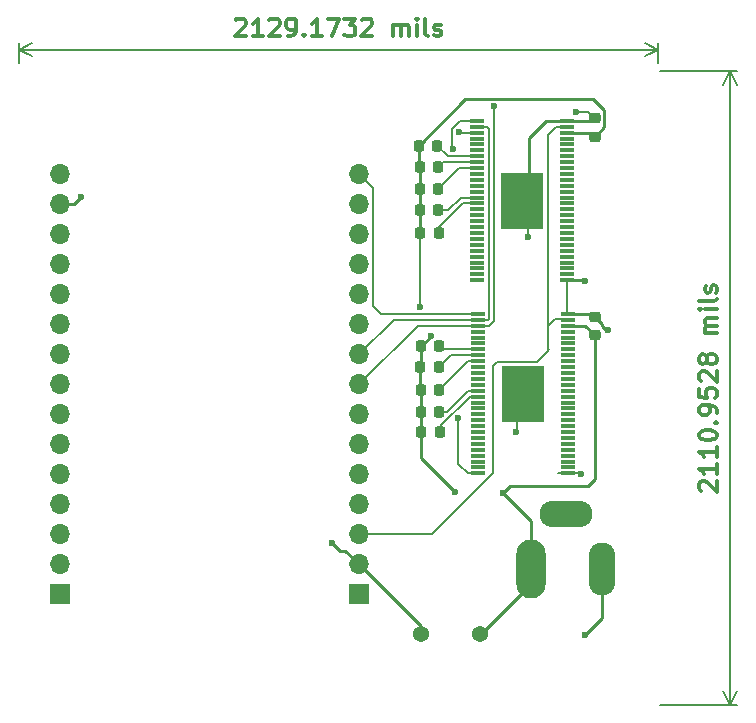
<source format=gbr>
%TF.GenerationSoftware,KiCad,Pcbnew,8.0.5*%
%TF.CreationDate,2025-03-07T15:27:06-05:00*%
%TF.ProjectId,TrainTrackerTest,54726169-6e54-4726-9163-6b6572546573,rev?*%
%TF.SameCoordinates,Original*%
%TF.FileFunction,Copper,L1,Top*%
%TF.FilePolarity,Positive*%
%FSLAX46Y46*%
G04 Gerber Fmt 4.6, Leading zero omitted, Abs format (unit mm)*
G04 Created by KiCad (PCBNEW 8.0.5) date 2025-03-07 15:27:06*
%MOMM*%
%LPD*%
G01*
G04 APERTURE LIST*
G04 Aperture macros list*
%AMRoundRect*
0 Rectangle with rounded corners*
0 $1 Rounding radius*
0 $2 $3 $4 $5 $6 $7 $8 $9 X,Y pos of 4 corners*
0 Add a 4 corners polygon primitive as box body*
4,1,4,$2,$3,$4,$5,$6,$7,$8,$9,$2,$3,0*
0 Add four circle primitives for the rounded corners*
1,1,$1+$1,$2,$3*
1,1,$1+$1,$4,$5*
1,1,$1+$1,$6,$7*
1,1,$1+$1,$8,$9*
0 Add four rect primitives between the rounded corners*
20,1,$1+$1,$2,$3,$4,$5,0*
20,1,$1+$1,$4,$5,$6,$7,0*
20,1,$1+$1,$6,$7,$8,$9,0*
20,1,$1+$1,$8,$9,$2,$3,0*%
G04 Aperture macros list end*
%ADD10C,0.300000*%
%TA.AperFunction,NonConductor*%
%ADD11C,0.300000*%
%TD*%
%TA.AperFunction,NonConductor*%
%ADD12C,0.200000*%
%TD*%
%TA.AperFunction,SMDPad,CuDef*%
%ADD13R,1.270000X0.299999*%
%TD*%
%TA.AperFunction,SMDPad,CuDef*%
%ADD14R,3.610001X4.700001*%
%TD*%
%TA.AperFunction,ComponentPad*%
%ADD15C,0.499999*%
%TD*%
%TA.AperFunction,ComponentPad*%
%ADD16O,2.500000X5.000000*%
%TD*%
%TA.AperFunction,ComponentPad*%
%ADD17O,2.250000X4.500000*%
%TD*%
%TA.AperFunction,ComponentPad*%
%ADD18O,4.500000X2.250000*%
%TD*%
%TA.AperFunction,ComponentPad*%
%ADD19C,1.371600*%
%TD*%
%TA.AperFunction,SMDPad,CuDef*%
%ADD20RoundRect,0.218750X0.218750X0.256250X-0.218750X0.256250X-0.218750X-0.256250X0.218750X-0.256250X0*%
%TD*%
%TA.AperFunction,ComponentPad*%
%ADD21R,1.700000X1.700000*%
%TD*%
%TA.AperFunction,ComponentPad*%
%ADD22O,1.700000X1.700000*%
%TD*%
%TA.AperFunction,SMDPad,CuDef*%
%ADD23RoundRect,0.225000X0.250000X-0.225000X0.250000X0.225000X-0.250000X0.225000X-0.250000X-0.225000X0*%
%TD*%
%TA.AperFunction,ViaPad*%
%ADD24C,0.600000*%
%TD*%
%TA.AperFunction,Conductor*%
%ADD25C,0.254000*%
%TD*%
%TA.AperFunction,Conductor*%
%ADD26C,0.200000*%
%TD*%
G04 APERTURE END LIST*
D10*
D11*
X125571185Y-86883383D02*
X125499757Y-86811955D01*
X125499757Y-86811955D02*
X125428328Y-86669098D01*
X125428328Y-86669098D02*
X125428328Y-86311955D01*
X125428328Y-86311955D02*
X125499757Y-86169098D01*
X125499757Y-86169098D02*
X125571185Y-86097669D01*
X125571185Y-86097669D02*
X125714042Y-86026240D01*
X125714042Y-86026240D02*
X125856900Y-86026240D01*
X125856900Y-86026240D02*
X126071185Y-86097669D01*
X126071185Y-86097669D02*
X126928328Y-86954812D01*
X126928328Y-86954812D02*
X126928328Y-86026240D01*
X126928328Y-84597669D02*
X126928328Y-85454812D01*
X126928328Y-85026241D02*
X125428328Y-85026241D01*
X125428328Y-85026241D02*
X125642614Y-85169098D01*
X125642614Y-85169098D02*
X125785471Y-85311955D01*
X125785471Y-85311955D02*
X125856900Y-85454812D01*
X126928328Y-83169098D02*
X126928328Y-84026241D01*
X126928328Y-83597670D02*
X125428328Y-83597670D01*
X125428328Y-83597670D02*
X125642614Y-83740527D01*
X125642614Y-83740527D02*
X125785471Y-83883384D01*
X125785471Y-83883384D02*
X125856900Y-84026241D01*
X125428328Y-82240527D02*
X125428328Y-82097670D01*
X125428328Y-82097670D02*
X125499757Y-81954813D01*
X125499757Y-81954813D02*
X125571185Y-81883385D01*
X125571185Y-81883385D02*
X125714042Y-81811956D01*
X125714042Y-81811956D02*
X125999757Y-81740527D01*
X125999757Y-81740527D02*
X126356900Y-81740527D01*
X126356900Y-81740527D02*
X126642614Y-81811956D01*
X126642614Y-81811956D02*
X126785471Y-81883385D01*
X126785471Y-81883385D02*
X126856900Y-81954813D01*
X126856900Y-81954813D02*
X126928328Y-82097670D01*
X126928328Y-82097670D02*
X126928328Y-82240527D01*
X126928328Y-82240527D02*
X126856900Y-82383385D01*
X126856900Y-82383385D02*
X126785471Y-82454813D01*
X126785471Y-82454813D02*
X126642614Y-82526242D01*
X126642614Y-82526242D02*
X126356900Y-82597670D01*
X126356900Y-82597670D02*
X125999757Y-82597670D01*
X125999757Y-82597670D02*
X125714042Y-82526242D01*
X125714042Y-82526242D02*
X125571185Y-82454813D01*
X125571185Y-82454813D02*
X125499757Y-82383385D01*
X125499757Y-82383385D02*
X125428328Y-82240527D01*
X126785471Y-81097671D02*
X126856900Y-81026242D01*
X126856900Y-81026242D02*
X126928328Y-81097671D01*
X126928328Y-81097671D02*
X126856900Y-81169099D01*
X126856900Y-81169099D02*
X126785471Y-81097671D01*
X126785471Y-81097671D02*
X126928328Y-81097671D01*
X126928328Y-80311956D02*
X126928328Y-80026242D01*
X126928328Y-80026242D02*
X126856900Y-79883385D01*
X126856900Y-79883385D02*
X126785471Y-79811956D01*
X126785471Y-79811956D02*
X126571185Y-79669099D01*
X126571185Y-79669099D02*
X126285471Y-79597670D01*
X126285471Y-79597670D02*
X125714042Y-79597670D01*
X125714042Y-79597670D02*
X125571185Y-79669099D01*
X125571185Y-79669099D02*
X125499757Y-79740528D01*
X125499757Y-79740528D02*
X125428328Y-79883385D01*
X125428328Y-79883385D02*
X125428328Y-80169099D01*
X125428328Y-80169099D02*
X125499757Y-80311956D01*
X125499757Y-80311956D02*
X125571185Y-80383385D01*
X125571185Y-80383385D02*
X125714042Y-80454813D01*
X125714042Y-80454813D02*
X126071185Y-80454813D01*
X126071185Y-80454813D02*
X126214042Y-80383385D01*
X126214042Y-80383385D02*
X126285471Y-80311956D01*
X126285471Y-80311956D02*
X126356900Y-80169099D01*
X126356900Y-80169099D02*
X126356900Y-79883385D01*
X126356900Y-79883385D02*
X126285471Y-79740528D01*
X126285471Y-79740528D02*
X126214042Y-79669099D01*
X126214042Y-79669099D02*
X126071185Y-79597670D01*
X125428328Y-78240528D02*
X125428328Y-78954814D01*
X125428328Y-78954814D02*
X126142614Y-79026242D01*
X126142614Y-79026242D02*
X126071185Y-78954814D01*
X126071185Y-78954814D02*
X125999757Y-78811957D01*
X125999757Y-78811957D02*
X125999757Y-78454814D01*
X125999757Y-78454814D02*
X126071185Y-78311957D01*
X126071185Y-78311957D02*
X126142614Y-78240528D01*
X126142614Y-78240528D02*
X126285471Y-78169099D01*
X126285471Y-78169099D02*
X126642614Y-78169099D01*
X126642614Y-78169099D02*
X126785471Y-78240528D01*
X126785471Y-78240528D02*
X126856900Y-78311957D01*
X126856900Y-78311957D02*
X126928328Y-78454814D01*
X126928328Y-78454814D02*
X126928328Y-78811957D01*
X126928328Y-78811957D02*
X126856900Y-78954814D01*
X126856900Y-78954814D02*
X126785471Y-79026242D01*
X125571185Y-77597671D02*
X125499757Y-77526243D01*
X125499757Y-77526243D02*
X125428328Y-77383386D01*
X125428328Y-77383386D02*
X125428328Y-77026243D01*
X125428328Y-77026243D02*
X125499757Y-76883386D01*
X125499757Y-76883386D02*
X125571185Y-76811957D01*
X125571185Y-76811957D02*
X125714042Y-76740528D01*
X125714042Y-76740528D02*
X125856900Y-76740528D01*
X125856900Y-76740528D02*
X126071185Y-76811957D01*
X126071185Y-76811957D02*
X126928328Y-77669100D01*
X126928328Y-77669100D02*
X126928328Y-76740528D01*
X126071185Y-75883386D02*
X125999757Y-76026243D01*
X125999757Y-76026243D02*
X125928328Y-76097672D01*
X125928328Y-76097672D02*
X125785471Y-76169100D01*
X125785471Y-76169100D02*
X125714042Y-76169100D01*
X125714042Y-76169100D02*
X125571185Y-76097672D01*
X125571185Y-76097672D02*
X125499757Y-76026243D01*
X125499757Y-76026243D02*
X125428328Y-75883386D01*
X125428328Y-75883386D02*
X125428328Y-75597672D01*
X125428328Y-75597672D02*
X125499757Y-75454815D01*
X125499757Y-75454815D02*
X125571185Y-75383386D01*
X125571185Y-75383386D02*
X125714042Y-75311957D01*
X125714042Y-75311957D02*
X125785471Y-75311957D01*
X125785471Y-75311957D02*
X125928328Y-75383386D01*
X125928328Y-75383386D02*
X125999757Y-75454815D01*
X125999757Y-75454815D02*
X126071185Y-75597672D01*
X126071185Y-75597672D02*
X126071185Y-75883386D01*
X126071185Y-75883386D02*
X126142614Y-76026243D01*
X126142614Y-76026243D02*
X126214042Y-76097672D01*
X126214042Y-76097672D02*
X126356900Y-76169100D01*
X126356900Y-76169100D02*
X126642614Y-76169100D01*
X126642614Y-76169100D02*
X126785471Y-76097672D01*
X126785471Y-76097672D02*
X126856900Y-76026243D01*
X126856900Y-76026243D02*
X126928328Y-75883386D01*
X126928328Y-75883386D02*
X126928328Y-75597672D01*
X126928328Y-75597672D02*
X126856900Y-75454815D01*
X126856900Y-75454815D02*
X126785471Y-75383386D01*
X126785471Y-75383386D02*
X126642614Y-75311957D01*
X126642614Y-75311957D02*
X126356900Y-75311957D01*
X126356900Y-75311957D02*
X126214042Y-75383386D01*
X126214042Y-75383386D02*
X126142614Y-75454815D01*
X126142614Y-75454815D02*
X126071185Y-75597672D01*
X126928328Y-73526244D02*
X125928328Y-73526244D01*
X126071185Y-73526244D02*
X125999757Y-73454815D01*
X125999757Y-73454815D02*
X125928328Y-73311958D01*
X125928328Y-73311958D02*
X125928328Y-73097672D01*
X125928328Y-73097672D02*
X125999757Y-72954815D01*
X125999757Y-72954815D02*
X126142614Y-72883387D01*
X126142614Y-72883387D02*
X126928328Y-72883387D01*
X126142614Y-72883387D02*
X125999757Y-72811958D01*
X125999757Y-72811958D02*
X125928328Y-72669101D01*
X125928328Y-72669101D02*
X125928328Y-72454815D01*
X125928328Y-72454815D02*
X125999757Y-72311958D01*
X125999757Y-72311958D02*
X126142614Y-72240529D01*
X126142614Y-72240529D02*
X126928328Y-72240529D01*
X126928328Y-71526244D02*
X125928328Y-71526244D01*
X125428328Y-71526244D02*
X125499757Y-71597672D01*
X125499757Y-71597672D02*
X125571185Y-71526244D01*
X125571185Y-71526244D02*
X125499757Y-71454815D01*
X125499757Y-71454815D02*
X125428328Y-71526244D01*
X125428328Y-71526244D02*
X125571185Y-71526244D01*
X126928328Y-70597672D02*
X126856900Y-70740529D01*
X126856900Y-70740529D02*
X126714042Y-70811958D01*
X126714042Y-70811958D02*
X125428328Y-70811958D01*
X126856900Y-70097672D02*
X126928328Y-69954815D01*
X126928328Y-69954815D02*
X126928328Y-69669101D01*
X126928328Y-69669101D02*
X126856900Y-69526244D01*
X126856900Y-69526244D02*
X126714042Y-69454815D01*
X126714042Y-69454815D02*
X126642614Y-69454815D01*
X126642614Y-69454815D02*
X126499757Y-69526244D01*
X126499757Y-69526244D02*
X126428328Y-69669101D01*
X126428328Y-69669101D02*
X126428328Y-69883387D01*
X126428328Y-69883387D02*
X126356900Y-70026244D01*
X126356900Y-70026244D02*
X126214042Y-70097672D01*
X126214042Y-70097672D02*
X126142614Y-70097672D01*
X126142614Y-70097672D02*
X125999757Y-70026244D01*
X125999757Y-70026244D02*
X125928328Y-69883387D01*
X125928328Y-69883387D02*
X125928328Y-69669101D01*
X125928328Y-69669101D02*
X125999757Y-69526244D01*
D12*
X122120000Y-51360000D02*
X128636420Y-51360000D01*
X122120000Y-104978200D02*
X128636420Y-104978200D01*
X128050000Y-51360000D02*
X128050000Y-104978200D01*
X128050000Y-51360000D02*
X128050000Y-104978200D01*
X128050000Y-51360000D02*
X128636421Y-52486504D01*
X128050000Y-51360000D02*
X127463579Y-52486504D01*
X128050000Y-104978200D02*
X127463579Y-103851696D01*
X128050000Y-104978200D02*
X128636421Y-103851696D01*
D10*
D11*
X86195016Y-47041185D02*
X86266444Y-46969757D01*
X86266444Y-46969757D02*
X86409302Y-46898328D01*
X86409302Y-46898328D02*
X86766444Y-46898328D01*
X86766444Y-46898328D02*
X86909302Y-46969757D01*
X86909302Y-46969757D02*
X86980730Y-47041185D01*
X86980730Y-47041185D02*
X87052159Y-47184042D01*
X87052159Y-47184042D02*
X87052159Y-47326900D01*
X87052159Y-47326900D02*
X86980730Y-47541185D01*
X86980730Y-47541185D02*
X86123587Y-48398328D01*
X86123587Y-48398328D02*
X87052159Y-48398328D01*
X88480730Y-48398328D02*
X87623587Y-48398328D01*
X88052158Y-48398328D02*
X88052158Y-46898328D01*
X88052158Y-46898328D02*
X87909301Y-47112614D01*
X87909301Y-47112614D02*
X87766444Y-47255471D01*
X87766444Y-47255471D02*
X87623587Y-47326900D01*
X89052158Y-47041185D02*
X89123586Y-46969757D01*
X89123586Y-46969757D02*
X89266444Y-46898328D01*
X89266444Y-46898328D02*
X89623586Y-46898328D01*
X89623586Y-46898328D02*
X89766444Y-46969757D01*
X89766444Y-46969757D02*
X89837872Y-47041185D01*
X89837872Y-47041185D02*
X89909301Y-47184042D01*
X89909301Y-47184042D02*
X89909301Y-47326900D01*
X89909301Y-47326900D02*
X89837872Y-47541185D01*
X89837872Y-47541185D02*
X88980729Y-48398328D01*
X88980729Y-48398328D02*
X89909301Y-48398328D01*
X90623586Y-48398328D02*
X90909300Y-48398328D01*
X90909300Y-48398328D02*
X91052157Y-48326900D01*
X91052157Y-48326900D02*
X91123586Y-48255471D01*
X91123586Y-48255471D02*
X91266443Y-48041185D01*
X91266443Y-48041185D02*
X91337872Y-47755471D01*
X91337872Y-47755471D02*
X91337872Y-47184042D01*
X91337872Y-47184042D02*
X91266443Y-47041185D01*
X91266443Y-47041185D02*
X91195015Y-46969757D01*
X91195015Y-46969757D02*
X91052157Y-46898328D01*
X91052157Y-46898328D02*
X90766443Y-46898328D01*
X90766443Y-46898328D02*
X90623586Y-46969757D01*
X90623586Y-46969757D02*
X90552157Y-47041185D01*
X90552157Y-47041185D02*
X90480729Y-47184042D01*
X90480729Y-47184042D02*
X90480729Y-47541185D01*
X90480729Y-47541185D02*
X90552157Y-47684042D01*
X90552157Y-47684042D02*
X90623586Y-47755471D01*
X90623586Y-47755471D02*
X90766443Y-47826900D01*
X90766443Y-47826900D02*
X91052157Y-47826900D01*
X91052157Y-47826900D02*
X91195015Y-47755471D01*
X91195015Y-47755471D02*
X91266443Y-47684042D01*
X91266443Y-47684042D02*
X91337872Y-47541185D01*
X91980728Y-48255471D02*
X92052157Y-48326900D01*
X92052157Y-48326900D02*
X91980728Y-48398328D01*
X91980728Y-48398328D02*
X91909300Y-48326900D01*
X91909300Y-48326900D02*
X91980728Y-48255471D01*
X91980728Y-48255471D02*
X91980728Y-48398328D01*
X93480729Y-48398328D02*
X92623586Y-48398328D01*
X93052157Y-48398328D02*
X93052157Y-46898328D01*
X93052157Y-46898328D02*
X92909300Y-47112614D01*
X92909300Y-47112614D02*
X92766443Y-47255471D01*
X92766443Y-47255471D02*
X92623586Y-47326900D01*
X93980728Y-46898328D02*
X94980728Y-46898328D01*
X94980728Y-46898328D02*
X94337871Y-48398328D01*
X95409299Y-46898328D02*
X96337871Y-46898328D01*
X96337871Y-46898328D02*
X95837871Y-47469757D01*
X95837871Y-47469757D02*
X96052156Y-47469757D01*
X96052156Y-47469757D02*
X96195014Y-47541185D01*
X96195014Y-47541185D02*
X96266442Y-47612614D01*
X96266442Y-47612614D02*
X96337871Y-47755471D01*
X96337871Y-47755471D02*
X96337871Y-48112614D01*
X96337871Y-48112614D02*
X96266442Y-48255471D01*
X96266442Y-48255471D02*
X96195014Y-48326900D01*
X96195014Y-48326900D02*
X96052156Y-48398328D01*
X96052156Y-48398328D02*
X95623585Y-48398328D01*
X95623585Y-48398328D02*
X95480728Y-48326900D01*
X95480728Y-48326900D02*
X95409299Y-48255471D01*
X96909299Y-47041185D02*
X96980727Y-46969757D01*
X96980727Y-46969757D02*
X97123585Y-46898328D01*
X97123585Y-46898328D02*
X97480727Y-46898328D01*
X97480727Y-46898328D02*
X97623585Y-46969757D01*
X97623585Y-46969757D02*
X97695013Y-47041185D01*
X97695013Y-47041185D02*
X97766442Y-47184042D01*
X97766442Y-47184042D02*
X97766442Y-47326900D01*
X97766442Y-47326900D02*
X97695013Y-47541185D01*
X97695013Y-47541185D02*
X96837870Y-48398328D01*
X96837870Y-48398328D02*
X97766442Y-48398328D01*
X99552155Y-48398328D02*
X99552155Y-47398328D01*
X99552155Y-47541185D02*
X99623584Y-47469757D01*
X99623584Y-47469757D02*
X99766441Y-47398328D01*
X99766441Y-47398328D02*
X99980727Y-47398328D01*
X99980727Y-47398328D02*
X100123584Y-47469757D01*
X100123584Y-47469757D02*
X100195013Y-47612614D01*
X100195013Y-47612614D02*
X100195013Y-48398328D01*
X100195013Y-47612614D02*
X100266441Y-47469757D01*
X100266441Y-47469757D02*
X100409298Y-47398328D01*
X100409298Y-47398328D02*
X100623584Y-47398328D01*
X100623584Y-47398328D02*
X100766441Y-47469757D01*
X100766441Y-47469757D02*
X100837870Y-47612614D01*
X100837870Y-47612614D02*
X100837870Y-48398328D01*
X101552155Y-48398328D02*
X101552155Y-47398328D01*
X101552155Y-46898328D02*
X101480727Y-46969757D01*
X101480727Y-46969757D02*
X101552155Y-47041185D01*
X101552155Y-47041185D02*
X101623584Y-46969757D01*
X101623584Y-46969757D02*
X101552155Y-46898328D01*
X101552155Y-46898328D02*
X101552155Y-47041185D01*
X102480727Y-48398328D02*
X102337870Y-48326900D01*
X102337870Y-48326900D02*
X102266441Y-48184042D01*
X102266441Y-48184042D02*
X102266441Y-46898328D01*
X102980727Y-48326900D02*
X103123584Y-48398328D01*
X103123584Y-48398328D02*
X103409298Y-48398328D01*
X103409298Y-48398328D02*
X103552155Y-48326900D01*
X103552155Y-48326900D02*
X103623584Y-48184042D01*
X103623584Y-48184042D02*
X103623584Y-48112614D01*
X103623584Y-48112614D02*
X103552155Y-47969757D01*
X103552155Y-47969757D02*
X103409298Y-47898328D01*
X103409298Y-47898328D02*
X103195013Y-47898328D01*
X103195013Y-47898328D02*
X103052155Y-47826900D01*
X103052155Y-47826900D02*
X102980727Y-47684042D01*
X102980727Y-47684042D02*
X102980727Y-47612614D01*
X102980727Y-47612614D02*
X103052155Y-47469757D01*
X103052155Y-47469757D02*
X103195013Y-47398328D01*
X103195013Y-47398328D02*
X103409298Y-47398328D01*
X103409298Y-47398328D02*
X103552155Y-47469757D01*
D12*
X67868800Y-50655600D02*
X67868800Y-48933580D01*
X121949800Y-50655600D02*
X121949800Y-48933580D01*
X67868800Y-49520000D02*
X121949800Y-49520000D01*
X67868800Y-49520000D02*
X121949800Y-49520000D01*
X67868800Y-49520000D02*
X68995304Y-48933579D01*
X67868800Y-49520000D02*
X68995304Y-50106421D01*
X121949800Y-49520000D02*
X120823296Y-50106421D01*
X121949800Y-49520000D02*
X120823296Y-48933579D01*
D13*
%TO.P,U1,1,SIN*%
%TO.N,/DATA*%
X106718019Y-71902216D03*
%TO.P,U1,2,SCLK*%
%TO.N,/SCLK*%
X106718019Y-72402214D03*
%TO.P,U1,3,LAT*%
%TO.N,/LAT*%
X106718019Y-72902214D03*
%TO.P,U1,4,OUTB4*%
%TO.N,unconnected-(U1-OUTB4-Pad4)*%
X106718019Y-73402212D03*
%TO.P,U1,5,OUTR4*%
%TO.N,unconnected-(U1-OUTR4-Pad5)*%
X106718019Y-73902212D03*
%TO.P,U1,6,OUTG4*%
%TO.N,unconnected-(U1-OUTG4-Pad6)*%
X106718019Y-74402211D03*
%TO.P,U1,7,OUTB0*%
%TO.N,/LED3*%
X106718019Y-74902210D03*
%TO.P,U1,8,OUTR0*%
%TO.N,/LED1*%
X106718019Y-75402208D03*
%TO.P,U1,9,OUTG0*%
%TO.N,/LED2*%
X106718019Y-75902208D03*
%TO.P,U1,10,OUTB5*%
%TO.N,unconnected-(U1-OUTB5-Pad10)*%
X106718019Y-76402206D03*
%TO.P,U1,11,OUTR5*%
%TO.N,unconnected-(U1-OUTR5-Pad11)*%
X106718019Y-76902206D03*
%TO.P,U1,12,OUTG5*%
%TO.N,unconnected-(U1-OUTG5-Pad12)*%
X106718019Y-77402205D03*
%TO.P,U1,13,OUTB1*%
%TO.N,unconnected-(U1-OUTB1-Pad13)*%
X106718019Y-77902204D03*
%TO.P,U1,14,OUTR1*%
%TO.N,/LED4*%
X106718019Y-78402202D03*
%TO.P,U1,15,OUTG1*%
%TO.N,/LED5*%
X106718019Y-78902202D03*
%TO.P,U1,16,OUTB2*%
%TO.N,unconnected-(U1-OUTB2-Pad16)*%
X106718019Y-79402200D03*
%TO.P,U1,17,OUTR2*%
%TO.N,unconnected-(U1-OUTR2-Pad17)*%
X106718019Y-79902199D03*
%TO.P,U1,18,OUTG2*%
%TO.N,unconnected-(U1-OUTG2-Pad18)*%
X106718019Y-80402198D03*
%TO.P,U1,19,OUTB6*%
%TO.N,unconnected-(U1-OUTB6-Pad19)*%
X106718019Y-80902198D03*
%TO.P,U1,20,OUTR6*%
%TO.N,unconnected-(U1-OUTR6-Pad20)*%
X106718019Y-81402196D03*
%TO.P,U1,21,OUTG6*%
%TO.N,unconnected-(U1-OUTG6-Pad21)*%
X106718019Y-81902196D03*
%TO.P,U1,22,OUTB3*%
%TO.N,unconnected-(U1-OUTB3-Pad22)*%
X106718019Y-82402194D03*
%TO.P,U1,23,OUTR3*%
%TO.N,unconnected-(U1-OUTR3-Pad23)*%
X106718019Y-82902193D03*
%TO.P,U1,24,OUTG3*%
%TO.N,unconnected-(U1-OUTG3-Pad24)*%
X106718019Y-83402192D03*
%TO.P,U1,25,OUTB7*%
%TO.N,unconnected-(U1-OUTB7-Pad25)*%
X106718019Y-83902192D03*
%TO.P,U1,26,OUTR7*%
%TO.N,unconnected-(U1-OUTR7-Pad26)*%
X106718019Y-84402190D03*
%TO.P,U1,27,OUTG7*%
%TO.N,unconnected-(U1-OUTG7-Pad27)*%
X106718019Y-84902190D03*
%TO.P,U1,28,SOUT*%
%TO.N,/SOUT*%
X106718019Y-85402188D03*
%TO.P,U1,29,GND*%
%TO.N,GND*%
X114363419Y-85402188D03*
%TO.P,U1,30,OUTG11*%
%TO.N,unconnected-(U1-OUTG11-Pad30)*%
X114363419Y-84902190D03*
%TO.P,U1,31,OUTR11*%
%TO.N,unconnected-(U1-OUTR11-Pad31)*%
X114363419Y-84402190D03*
%TO.P,U1,32,OUTB11*%
%TO.N,unconnected-(U1-OUTB11-Pad32)*%
X114363419Y-83902192D03*
%TO.P,U1,33,OUTG15*%
%TO.N,unconnected-(U1-OUTG15-Pad33)*%
X114363419Y-83402192D03*
%TO.P,U1,34,OUTR15*%
%TO.N,unconnected-(U1-OUTR15-Pad34)*%
X114363419Y-82902193D03*
%TO.P,U1,35,OUTB15*%
%TO.N,unconnected-(U1-OUTB15-Pad35)*%
X114363419Y-82402194D03*
%TO.P,U1,36,OUTG10*%
%TO.N,unconnected-(U1-OUTG10-Pad36)*%
X114363419Y-81902196D03*
%TO.P,U1,37,OUTR10*%
%TO.N,unconnected-(U1-OUTR10-Pad37)*%
X114363419Y-81402196D03*
%TO.P,U1,38,OUTB10*%
%TO.N,unconnected-(U1-OUTB10-Pad38)*%
X114363419Y-80902198D03*
%TO.P,U1,39,OUTG14*%
%TO.N,unconnected-(U1-OUTG14-Pad39)*%
X114363419Y-80402198D03*
%TO.P,U1,40,OUTR14*%
%TO.N,unconnected-(U1-OUTR14-Pad40)*%
X114363419Y-79902199D03*
%TO.P,U1,41,OUTB14*%
%TO.N,unconnected-(U1-OUTB14-Pad41)*%
X114363419Y-79402200D03*
%TO.P,U1,42,OUTG13*%
%TO.N,unconnected-(U1-OUTG13-Pad42)*%
X114363419Y-78902202D03*
%TO.P,U1,43,OUTR13*%
%TO.N,unconnected-(U1-OUTR13-Pad43)*%
X114363419Y-78402202D03*
%TO.P,U1,44,OUTB13*%
%TO.N,unconnected-(U1-OUTB13-Pad44)*%
X114363419Y-77902204D03*
%TO.P,U1,45,OUTG9*%
%TO.N,unconnected-(U1-OUTG9-Pad45)*%
X114363419Y-77402205D03*
%TO.P,U1,46,OUTR9*%
%TO.N,unconnected-(U1-OUTR9-Pad46)*%
X114363419Y-76902206D03*
%TO.P,U1,47,OUTB9*%
%TO.N,unconnected-(U1-OUTB9-Pad47)*%
X114363419Y-76402206D03*
%TO.P,U1,48,OUTG12*%
%TO.N,unconnected-(U1-OUTG12-Pad48)*%
X114363419Y-75902208D03*
%TO.P,U1,49,OUTR12*%
%TO.N,unconnected-(U1-OUTR12-Pad49)*%
X114363419Y-75402208D03*
%TO.P,U1,50,OUTB12*%
%TO.N,unconnected-(U1-OUTB12-Pad50)*%
X114363419Y-74902210D03*
%TO.P,U1,51,OUTG8*%
%TO.N,unconnected-(U1-OUTG8-Pad51)*%
X114363419Y-74402211D03*
%TO.P,U1,52,OUTR8*%
%TO.N,unconnected-(U1-OUTR8-Pad52)*%
X114363419Y-73902212D03*
%TO.P,U1,53,OUTB8*%
%TO.N,unconnected-(U1-OUTB8-Pad53)*%
X114363419Y-73402212D03*
%TO.P,U1,54,VCC*%
%TO.N,/5V*%
X114363419Y-72902214D03*
%TO.P,U1,55,GSCLK*%
%TO.N,/GSCLK*%
X114363419Y-72402214D03*
%TO.P,U1,56,GND*%
%TO.N,GND*%
X114363419Y-71902216D03*
D14*
%TO.P,U1,57,PAD*%
X110540719Y-78652202D03*
D15*
%TO.P,U1,V*%
X109440638Y-76852202D03*
X109440638Y-77952202D03*
X109440638Y-79152202D03*
X109440638Y-80252202D03*
X110540638Y-76852202D03*
X110540638Y-77952202D03*
X110540638Y-79152202D03*
X110540638Y-80252202D03*
X111640638Y-76852202D03*
X111640638Y-77952202D03*
X111640638Y-79152202D03*
X111640638Y-80252202D03*
%TD*%
D13*
%TO.P,U2,1,SIN*%
%TO.N,/SOUT*%
X106591100Y-55550415D03*
%TO.P,U2,2,SCLK*%
%TO.N,/SCLK*%
X106591100Y-56050413D03*
%TO.P,U2,3,LAT*%
%TO.N,/LAT*%
X106591100Y-56550413D03*
%TO.P,U2,4,OUTB4*%
%TO.N,unconnected-(U2-OUTB4-Pad4)*%
X106591100Y-57050411D03*
%TO.P,U2,5,OUTR4*%
%TO.N,unconnected-(U2-OUTR4-Pad5)*%
X106591100Y-57550411D03*
%TO.P,U2,6,OUTG4*%
%TO.N,unconnected-(U2-OUTG4-Pad6)*%
X106591100Y-58050410D03*
%TO.P,U2,7,OUTB0*%
%TO.N,/LED8*%
X106591100Y-58550409D03*
%TO.P,U2,8,OUTR0*%
%TO.N,/LED6*%
X106591100Y-59050407D03*
%TO.P,U2,9,OUTG0*%
%TO.N,/LED7*%
X106591100Y-59550407D03*
%TO.P,U2,10,OUTB5*%
%TO.N,unconnected-(U2-OUTB5-Pad10)*%
X106591100Y-60050405D03*
%TO.P,U2,11,OUTR5*%
%TO.N,unconnected-(U2-OUTR5-Pad11)*%
X106591100Y-60550405D03*
%TO.P,U2,12,OUTG5*%
%TO.N,unconnected-(U2-OUTG5-Pad12)*%
X106591100Y-61050404D03*
%TO.P,U2,13,OUTB1*%
%TO.N,unconnected-(U2-OUTB1-Pad13)*%
X106591100Y-61550403D03*
%TO.P,U2,14,OUTR1*%
%TO.N,/LED9*%
X106591100Y-62050401D03*
%TO.P,U2,15,OUTG1*%
%TO.N,/LED10*%
X106591100Y-62550401D03*
%TO.P,U2,16,OUTB2*%
%TO.N,unconnected-(U2-OUTB2-Pad16)*%
X106591100Y-63050399D03*
%TO.P,U2,17,OUTR2*%
%TO.N,unconnected-(U2-OUTR2-Pad17)*%
X106591100Y-63550398D03*
%TO.P,U2,18,OUTG2*%
%TO.N,unconnected-(U2-OUTG2-Pad18)*%
X106591100Y-64050397D03*
%TO.P,U2,19,OUTB6*%
%TO.N,unconnected-(U2-OUTB6-Pad19)*%
X106591100Y-64550397D03*
%TO.P,U2,20,OUTR6*%
%TO.N,unconnected-(U2-OUTR6-Pad20)*%
X106591100Y-65050395D03*
%TO.P,U2,21,OUTG6*%
%TO.N,unconnected-(U2-OUTG6-Pad21)*%
X106591100Y-65550395D03*
%TO.P,U2,22,OUTB3*%
%TO.N,unconnected-(U2-OUTB3-Pad22)*%
X106591100Y-66050393D03*
%TO.P,U2,23,OUTR3*%
%TO.N,unconnected-(U2-OUTR3-Pad23)*%
X106591100Y-66550392D03*
%TO.P,U2,24,OUTG3*%
%TO.N,unconnected-(U2-OUTG3-Pad24)*%
X106591100Y-67050391D03*
%TO.P,U2,25,OUTB7*%
%TO.N,unconnected-(U2-OUTB7-Pad25)*%
X106591100Y-67550391D03*
%TO.P,U2,26,OUTR7*%
%TO.N,unconnected-(U2-OUTR7-Pad26)*%
X106591100Y-68050389D03*
%TO.P,U2,27,OUTG7*%
%TO.N,unconnected-(U2-OUTG7-Pad27)*%
X106591100Y-68550389D03*
%TO.P,U2,28,SOUT*%
%TO.N,unconnected-(U2-SOUT-Pad28)*%
X106591100Y-69050387D03*
%TO.P,U2,29,GND*%
%TO.N,GND*%
X114236500Y-69050387D03*
%TO.P,U2,30,OUTG11*%
%TO.N,unconnected-(U2-OUTG11-Pad30)*%
X114236500Y-68550389D03*
%TO.P,U2,31,OUTR11*%
%TO.N,unconnected-(U2-OUTR11-Pad31)*%
X114236500Y-68050389D03*
%TO.P,U2,32,OUTB11*%
%TO.N,unconnected-(U2-OUTB11-Pad32)*%
X114236500Y-67550391D03*
%TO.P,U2,33,OUTG15*%
%TO.N,unconnected-(U2-OUTG15-Pad33)*%
X114236500Y-67050391D03*
%TO.P,U2,34,OUTR15*%
%TO.N,unconnected-(U2-OUTR15-Pad34)*%
X114236500Y-66550392D03*
%TO.P,U2,35,OUTB15*%
%TO.N,unconnected-(U2-OUTB15-Pad35)*%
X114236500Y-66050393D03*
%TO.P,U2,36,OUTG10*%
%TO.N,unconnected-(U2-OUTG10-Pad36)*%
X114236500Y-65550395D03*
%TO.P,U2,37,OUTR10*%
%TO.N,unconnected-(U2-OUTR10-Pad37)*%
X114236500Y-65050395D03*
%TO.P,U2,38,OUTB10*%
%TO.N,unconnected-(U2-OUTB10-Pad38)*%
X114236500Y-64550397D03*
%TO.P,U2,39,OUTG14*%
%TO.N,unconnected-(U2-OUTG14-Pad39)*%
X114236500Y-64050397D03*
%TO.P,U2,40,OUTR14*%
%TO.N,unconnected-(U2-OUTR14-Pad40)*%
X114236500Y-63550398D03*
%TO.P,U2,41,OUTB14*%
%TO.N,unconnected-(U2-OUTB14-Pad41)*%
X114236500Y-63050399D03*
%TO.P,U2,42,OUTG13*%
%TO.N,unconnected-(U2-OUTG13-Pad42)*%
X114236500Y-62550401D03*
%TO.P,U2,43,OUTR13*%
%TO.N,unconnected-(U2-OUTR13-Pad43)*%
X114236500Y-62050401D03*
%TO.P,U2,44,OUTB13*%
%TO.N,unconnected-(U2-OUTB13-Pad44)*%
X114236500Y-61550403D03*
%TO.P,U2,45,OUTG9*%
%TO.N,unconnected-(U2-OUTG9-Pad45)*%
X114236500Y-61050404D03*
%TO.P,U2,46,OUTR9*%
%TO.N,unconnected-(U2-OUTR9-Pad46)*%
X114236500Y-60550405D03*
%TO.P,U2,47,OUTB9*%
%TO.N,unconnected-(U2-OUTB9-Pad47)*%
X114236500Y-60050405D03*
%TO.P,U2,48,OUTG12*%
%TO.N,unconnected-(U2-OUTG12-Pad48)*%
X114236500Y-59550407D03*
%TO.P,U2,49,OUTR12*%
%TO.N,unconnected-(U2-OUTR12-Pad49)*%
X114236500Y-59050407D03*
%TO.P,U2,50,OUTB12*%
%TO.N,unconnected-(U2-OUTB12-Pad50)*%
X114236500Y-58550409D03*
%TO.P,U2,51,OUTG8*%
%TO.N,unconnected-(U2-OUTG8-Pad51)*%
X114236500Y-58050410D03*
%TO.P,U2,52,OUTR8*%
%TO.N,unconnected-(U2-OUTR8-Pad52)*%
X114236500Y-57550411D03*
%TO.P,U2,53,OUTB8*%
%TO.N,unconnected-(U2-OUTB8-Pad53)*%
X114236500Y-57050411D03*
%TO.P,U2,54,VCC*%
%TO.N,/5V*%
X114236500Y-56550413D03*
%TO.P,U2,55,GSCLK*%
%TO.N,/GSCLK*%
X114236500Y-56050413D03*
%TO.P,U2,56,GND*%
%TO.N,GND*%
X114236500Y-55550415D03*
D14*
%TO.P,U2,57,PAD*%
X110413800Y-62300401D03*
D15*
%TO.P,U2,V*%
X109313719Y-60500401D03*
X109313719Y-61600401D03*
X109313719Y-62800401D03*
X109313719Y-63900401D03*
X110413719Y-60500401D03*
X110413719Y-61600401D03*
X110413719Y-62800401D03*
X110413719Y-63900401D03*
X111513719Y-60500401D03*
X111513719Y-61600401D03*
X111513719Y-62800401D03*
X111513719Y-63900401D03*
%TD*%
D16*
%TO.P,J1,1*%
%TO.N,/5V*%
X111180000Y-93530000D03*
D17*
%TO.P,J1,2*%
%TO.N,GND*%
X117180000Y-93530000D03*
D18*
%TO.P,J1,3*%
%TO.N,unconnected-(J1-Pad3)*%
X114180000Y-88830000D03*
%TD*%
D19*
%TO.P,C1,1*%
%TO.N,GND*%
X101874850Y-99020000D03*
%TO.P,C1,2*%
%TO.N,/5V*%
X106878650Y-99020000D03*
%TD*%
D20*
%TO.P,D5,1,K*%
%TO.N,/LED5*%
X103505019Y-81909201D03*
%TO.P,D5,2,A*%
%TO.N,/5V*%
X101930019Y-81909201D03*
%TD*%
D21*
%TO.P,J2,1,Pin_1*%
%TO.N,/3V3*%
X96644600Y-95656400D03*
D22*
%TO.P,J2,2,Pin_2*%
%TO.N,GND*%
X96644600Y-93116400D03*
%TO.P,J2,3,Pin_3*%
%TO.N,/GSCLK*%
X96644600Y-90576400D03*
%TO.P,J2,4,Pin_4*%
%TO.N,/D2*%
X96644600Y-88036400D03*
%TO.P,J2,5,Pin_5*%
%TO.N,/D4*%
X96644600Y-85496400D03*
%TO.P,J2,6,Pin_6*%
%TO.N,/RX2*%
X96644600Y-82956400D03*
%TO.P,J2,7,Pin_7*%
%TO.N,/TX2*%
X96644600Y-80416400D03*
%TO.P,J2,8,Pin_8*%
%TO.N,/LAT*%
X96644600Y-77876400D03*
%TO.P,J2,9,Pin_9*%
%TO.N,/SCLK*%
X96644600Y-75336400D03*
%TO.P,J2,10,Pin_10*%
%TO.N,/D19*%
X96644600Y-72796400D03*
%TO.P,J2,11,Pin_11*%
%TO.N,/D21*%
X96644600Y-70256400D03*
%TO.P,J2,12,Pin_12*%
%TO.N,/RX0*%
X96644600Y-67716400D03*
%TO.P,J2,13,Pin_13*%
%TO.N,/TX0*%
X96644600Y-65176400D03*
%TO.P,J2,14,Pin_14*%
%TO.N,/D22*%
X96644600Y-62636400D03*
%TO.P,J2,15,Pin_15*%
%TO.N,/DATA*%
X96644600Y-60096400D03*
%TD*%
D20*
%TO.P,D6,1,K*%
%TO.N,/LED6*%
X103352700Y-59436800D03*
%TO.P,D6,2,A*%
%TO.N,/5V*%
X101777700Y-59436800D03*
%TD*%
%TO.P,D8,1,K*%
%TO.N,/LED8*%
X103276500Y-57658000D03*
%TO.P,D8,2,A*%
%TO.N,/5V*%
X101701500Y-57658000D03*
%TD*%
%TO.P,D3,1,K*%
%TO.N,/LED3*%
X103428819Y-74619401D03*
%TO.P,D3,2,A*%
%TO.N,/5V*%
X101853819Y-74619401D03*
%TD*%
D21*
%TO.P,J3,1,Pin_1*%
%TO.N,/EN*%
X71314600Y-95656400D03*
D22*
%TO.P,J3,2,Pin_2*%
%TO.N,/VP*%
X71314600Y-93116400D03*
%TO.P,J3,3,Pin_3*%
%TO.N,/VN*%
X71314600Y-90576400D03*
%TO.P,J3,4,Pin_4*%
%TO.N,/D34*%
X71314600Y-88036400D03*
%TO.P,J3,5,Pin_5*%
%TO.N,/D35*%
X71314600Y-85496400D03*
%TO.P,J3,6,Pin_6*%
%TO.N,/D32*%
X71314600Y-82956400D03*
%TO.P,J3,7,Pin_7*%
%TO.N,/D33*%
X71314600Y-80416400D03*
%TO.P,J3,8,Pin_8*%
%TO.N,/D25*%
X71314600Y-77876400D03*
%TO.P,J3,9,Pin_9*%
%TO.N,/D26*%
X71314600Y-75336400D03*
%TO.P,J3,10,Pin_10*%
%TO.N,/D27*%
X71314600Y-72796400D03*
%TO.P,J3,11,Pin_11*%
%TO.N,/D14*%
X71314600Y-70256400D03*
%TO.P,J3,12,Pin_12*%
%TO.N,/D12*%
X71314600Y-67716400D03*
%TO.P,J3,13,Pin_13*%
%TO.N,/D13*%
X71314600Y-65176400D03*
%TO.P,J3,14,Pin_14*%
%TO.N,GND*%
X71314600Y-62636400D03*
%TO.P,J3,15,Pin_15*%
%TO.N,/Vin*%
X71314600Y-60096400D03*
%TD*%
D20*
%TO.P,D7,1,K*%
%TO.N,/LED7*%
X103352700Y-61341000D03*
%TO.P,D7,2,A*%
%TO.N,/5V*%
X101777700Y-61341000D03*
%TD*%
%TO.P,D1,1,K*%
%TO.N,/LED1*%
X103403419Y-76422801D03*
%TO.P,D1,2,A*%
%TO.N,/5V*%
X101828419Y-76422801D03*
%TD*%
D23*
%TO.P,C2,1*%
%TO.N,/5V*%
X116586000Y-56883600D03*
%TO.P,C2,2*%
%TO.N,GND*%
X116586000Y-55333600D03*
%TD*%
D20*
%TO.P,D9,1,K*%
%TO.N,/LED9*%
X103352700Y-63144400D03*
%TO.P,D9,2,A*%
%TO.N,/5V*%
X101777700Y-63144400D03*
%TD*%
%TO.P,D2,1,K*%
%TO.N,/LED2*%
X103428719Y-78302401D03*
%TO.P,D2,2,A*%
%TO.N,/5V*%
X101853719Y-78302401D03*
%TD*%
D23*
%TO.P,C3,1*%
%TO.N,/5V*%
X116586000Y-73698400D03*
%TO.P,C3,2*%
%TO.N,GND*%
X116586000Y-72148400D03*
%TD*%
D20*
%TO.P,D4,1,K*%
%TO.N,/LED4*%
X103454119Y-80182001D03*
%TO.P,D4,2,A*%
%TO.N,/5V*%
X101879119Y-80182001D03*
%TD*%
%TO.P,D10,1,K*%
%TO.N,/LED10*%
X103403500Y-65049400D03*
%TO.P,D10,2,A*%
%TO.N,/5V*%
X101828500Y-65049400D03*
%TD*%
D24*
%TO.N,GND*%
X115750000Y-99110000D03*
%TO.N,/5V*%
X108840000Y-87080000D03*
X104770000Y-86950000D03*
X101803200Y-71302216D03*
X102759548Y-73800148D03*
%TO.N,GND*%
X109960000Y-81870000D03*
X115036600Y-54787800D03*
X73130000Y-62010000D03*
X110963799Y-65405000D03*
X115747800Y-69138800D03*
X117690000Y-73300000D03*
X94386400Y-91338400D03*
X115470000Y-85490000D03*
%TO.N,/SOUT*%
X104569115Y-57950409D03*
X105054400Y-80695800D03*
%TO.N,/LAT*%
X105130600Y-56489600D03*
X108051600Y-54330600D03*
%TD*%
D25*
%TO.N,GND*%
X117180000Y-97680000D02*
X115750000Y-99110000D01*
X117180000Y-93530000D02*
X117180000Y-97680000D01*
D26*
X101864850Y-99060000D02*
X101864850Y-98336650D01*
D25*
X101864850Y-98336650D02*
X96644600Y-93116400D01*
%TO.N,/5V*%
X111180000Y-94748650D02*
X106868650Y-99060000D01*
D26*
X111180000Y-93530000D02*
X111180000Y-94748650D01*
D25*
X111180000Y-89420000D02*
X111180000Y-93530000D01*
X108840000Y-87080000D02*
X111180000Y-89420000D01*
X116586000Y-85914000D02*
X116586000Y-73698400D01*
X109440000Y-86480000D02*
X116020000Y-86480000D01*
X116020000Y-86480000D02*
X116586000Y-85914000D01*
X108840000Y-87080000D02*
X109440000Y-86480000D01*
X101930019Y-84110019D02*
X104770000Y-86950000D01*
X101930019Y-81909201D02*
X101930019Y-84110019D01*
X105655900Y-53703600D02*
X116475000Y-53703600D01*
X101879119Y-80182001D02*
X101879119Y-81858301D01*
X116252813Y-56550413D02*
X116586000Y-56883600D01*
X116475000Y-53703600D02*
X117388000Y-54616600D01*
D26*
X101853719Y-80156601D02*
X101879119Y-80182001D01*
D25*
X101853819Y-74619401D02*
X101940295Y-74619401D01*
X101853719Y-78302401D02*
X101853719Y-80156601D01*
X114363419Y-72902214D02*
X115789814Y-72902214D01*
X101828419Y-76422801D02*
X101828419Y-78277101D01*
D26*
X101701500Y-59360600D02*
X101777700Y-59436800D01*
X101828500Y-71276916D02*
X101803200Y-71302216D01*
D25*
X101701500Y-57658000D02*
X105655900Y-53703600D01*
X101777700Y-61341000D02*
X101777700Y-63144400D01*
D26*
X101828500Y-65049400D02*
X101828500Y-71276916D01*
D25*
X117388000Y-54616600D02*
X117388000Y-56081600D01*
X101777700Y-63144400D02*
X101777700Y-64998600D01*
D26*
X101879119Y-81858301D02*
X101930019Y-81909201D01*
D25*
X117388000Y-56081600D02*
X116586000Y-56883600D01*
D26*
X101777700Y-64998600D02*
X101828500Y-65049400D01*
D25*
X114236500Y-56550413D02*
X116252813Y-56550413D01*
X101853819Y-74619401D02*
X101853819Y-76397401D01*
X101940295Y-74619401D02*
X102759548Y-73800148D01*
X101777700Y-59436800D02*
X101777700Y-61341000D01*
X101701500Y-57658000D02*
X101701500Y-59360600D01*
X115789814Y-72902214D02*
X116586000Y-73698400D01*
D26*
X101828419Y-78277101D02*
X101853719Y-78302401D01*
X101853819Y-76397401D02*
X101828419Y-76422801D01*
D25*
%TO.N,GND*%
X114236500Y-55550415D02*
X116369185Y-55550415D01*
D26*
X114363419Y-85402188D02*
X115382188Y-85402188D01*
X110963799Y-61878218D02*
X110541616Y-62300401D01*
D25*
X72503600Y-62636400D02*
X71314600Y-62636400D01*
X112445185Y-55550415D02*
X110990799Y-57004801D01*
X110990799Y-61889401D02*
X110579799Y-62300401D01*
D26*
X71314600Y-62636400D02*
X71323200Y-62636400D01*
X115382188Y-85402188D02*
X115470000Y-85490000D01*
X110668535Y-78652202D02*
X111277400Y-79261067D01*
X117690000Y-73300000D02*
X117669000Y-73279000D01*
X110963799Y-65405000D02*
X110963799Y-62722584D01*
D25*
X96644600Y-93116400D02*
X95494600Y-91966400D01*
D26*
X116040200Y-54787800D02*
X116586000Y-55333600D01*
X109990720Y-81900720D02*
X109960000Y-81870000D01*
X110963799Y-62722584D02*
X110541616Y-62300401D01*
D25*
X117214800Y-72942600D02*
X117214800Y-72777200D01*
X95014400Y-91966400D02*
X94386400Y-91338400D01*
D26*
X109990720Y-79074385D02*
X110412903Y-78652202D01*
X110540719Y-78652202D02*
X110668535Y-78652202D01*
D25*
X115121501Y-69050387D02*
X114236500Y-69050387D01*
D26*
X116339816Y-71902216D02*
X116586000Y-72148400D01*
X117669000Y-73279000D02*
X117551200Y-73279000D01*
D25*
X117551200Y-73279000D02*
X117214800Y-72942600D01*
D26*
X114236500Y-69050387D02*
X114236500Y-71775297D01*
D25*
X114363419Y-71902216D02*
X116339816Y-71902216D01*
D26*
X114236500Y-71775297D02*
X114363419Y-71902216D01*
X110412903Y-78652202D02*
X110540719Y-78652202D01*
D25*
X114236500Y-55550415D02*
X112445185Y-55550415D01*
D26*
X114363419Y-85402188D02*
X113478418Y-85402188D01*
D25*
X110990799Y-57004801D02*
X110990799Y-61889401D01*
D26*
X116369185Y-55550415D02*
X116586000Y-55333600D01*
D25*
X73130000Y-62010000D02*
X72503600Y-62636400D01*
X95494600Y-91966400D02*
X95014400Y-91966400D01*
D26*
X110541616Y-62300401D02*
X110413800Y-62300401D01*
X115659387Y-69050387D02*
X115747800Y-69138800D01*
X115036600Y-54787800D02*
X116040200Y-54787800D01*
X109990720Y-81914490D02*
X109990720Y-79074385D01*
X110980000Y-62738785D02*
X110541616Y-62300401D01*
D25*
X117214800Y-72777200D02*
X116586000Y-72148400D01*
X115121501Y-69050387D02*
X115659387Y-69050387D01*
X110579799Y-62300401D02*
X110413800Y-62300401D01*
D26*
X109990720Y-81914490D02*
X109990720Y-81900720D01*
%TO.N,/LED3*%
X103428819Y-74619401D02*
X103711628Y-74902210D01*
X103711628Y-74902210D02*
X106718019Y-74902210D01*
%TO.N,/GSCLK*%
X102819200Y-90576400D02*
X96644600Y-90576400D01*
X112699800Y-74955400D02*
X111709200Y-75946000D01*
X113351501Y-56050413D02*
X112645719Y-56756195D01*
X112645719Y-72915402D02*
X112645719Y-74901319D01*
X112645719Y-74901319D02*
X112699800Y-74955400D01*
X111709200Y-75946000D02*
X108356400Y-75946000D01*
X113207319Y-72353802D02*
X114363419Y-72353802D01*
X108000800Y-76301600D02*
X108000800Y-85394800D01*
X112645719Y-56756195D02*
X112645719Y-72915402D01*
X96670000Y-90601800D02*
X96644600Y-90576400D01*
X112645719Y-72915402D02*
X113207319Y-72353802D01*
X108356400Y-75946000D02*
X108000800Y-76301600D01*
X114236500Y-56050413D02*
X113351501Y-56050413D01*
X108000800Y-85394800D02*
X102819200Y-90576400D01*
%TO.N,/LED2*%
X105828912Y-75902208D02*
X106718019Y-75902208D01*
X103428719Y-78302401D02*
X105828912Y-75902208D01*
%TO.N,/SOUT*%
X105054400Y-80695800D02*
X105054400Y-84623570D01*
X104530600Y-57911894D02*
X104530600Y-56241071D01*
X105833018Y-85402188D02*
X106718019Y-85402188D01*
X104569115Y-57950409D02*
X104530600Y-57911894D01*
X105054400Y-84623570D02*
X105833018Y-85402188D01*
X105221256Y-55550415D02*
X106591100Y-55550415D01*
X104530600Y-56241071D02*
X105221256Y-55550415D01*
%TO.N,/LED1*%
X103403419Y-76422801D02*
X104424012Y-75402208D01*
X104424012Y-75402208D02*
X106718019Y-75402208D01*
%TO.N,/LED4*%
X105849398Y-78402202D02*
X106718019Y-78402202D01*
X103454119Y-80182001D02*
X104069599Y-80182001D01*
X104069599Y-80182001D02*
X105849398Y-78402202D01*
%TO.N,/SCLK*%
X106718019Y-72402214D02*
X107603020Y-72402214D01*
X99578786Y-72402214D02*
X106718019Y-72402214D01*
X107476099Y-56050413D02*
X106591100Y-56050413D01*
X96644600Y-75336400D02*
X99578786Y-72402214D01*
X107603020Y-72402214D02*
X107653019Y-72352215D01*
X107653019Y-56227333D02*
X107476099Y-56050413D01*
X107653019Y-72352215D02*
X107653019Y-56227333D01*
%TO.N,/LAT*%
X106718019Y-72902214D02*
X107668706Y-72902214D01*
X107668706Y-72902214D02*
X108053019Y-72517901D01*
X96644600Y-77876400D02*
X101618786Y-72902214D01*
X106591100Y-56550413D02*
X105191413Y-56550413D01*
X101618786Y-72902214D02*
X106718019Y-72902214D01*
X108053019Y-72517901D02*
X108053019Y-54332019D01*
X108053019Y-54332019D02*
X108051600Y-54330600D01*
X105191413Y-56550413D02*
X105130600Y-56489600D01*
%TO.N,/DATA*%
X97794600Y-71217000D02*
X97790000Y-71221600D01*
X106718019Y-71902216D02*
X98470616Y-71902216D01*
X98470616Y-71902216D02*
X97790000Y-71221600D01*
X96644600Y-60096400D02*
X97794600Y-61246400D01*
X97794600Y-61246400D02*
X97794600Y-71217000D01*
%TO.N,/LED5*%
X103505019Y-81392182D02*
X105994999Y-78902202D01*
X105994999Y-78902202D02*
X106718019Y-78902202D01*
X103505019Y-81909201D02*
X103505019Y-81392182D01*
%TO.N,/LED7*%
X103352700Y-61341000D02*
X105143293Y-59550407D01*
X105143293Y-59550407D02*
X106591100Y-59550407D01*
%TO.N,/LED6*%
X103352700Y-59436800D02*
X103739093Y-59050407D01*
X103739093Y-59050407D02*
X106591100Y-59050407D01*
%TO.N,/LED10*%
X103403500Y-65049400D02*
X103403500Y-64566700D01*
X105419799Y-62550401D02*
X106591100Y-62550401D01*
X103403500Y-64566700D02*
X105419799Y-62550401D01*
%TO.N,/LED9*%
X104165400Y-63144400D02*
X105259399Y-62050401D01*
X105259399Y-62050401D02*
X106591100Y-62050401D01*
X103352700Y-63144400D02*
X104165400Y-63144400D01*
%TO.N,/LED8*%
X103276500Y-57658000D02*
X104168909Y-58550409D01*
X104168909Y-58550409D02*
X106591100Y-58550409D01*
%TD*%
M02*

</source>
